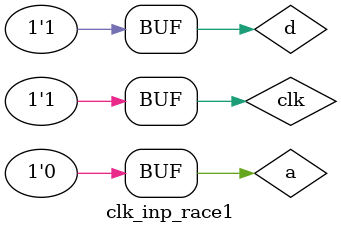
<source format=sv>
module clk_inp_race1;

// Inspired by "Relating Event and Trace Semantics
// of Hardware Description Languages" by Michael
// Gordon, see Sec 7.3 in the paper

logic clk = 0;

logic a, d, q1, q2;

initial begin
 #1 clk = 1;
 d = 1;
end

always @(posedge clk) q1 <= !d;

// When the write clk and d happen during the same
// simulation cycle, we can end up with q1 != q2.
// We can interpret this as the two events are
// unordered (since they occur in the same
// simulation cycle).
always_comb a = !d;
always @(posedge clk) q2 <= a;

endmodule

</source>
